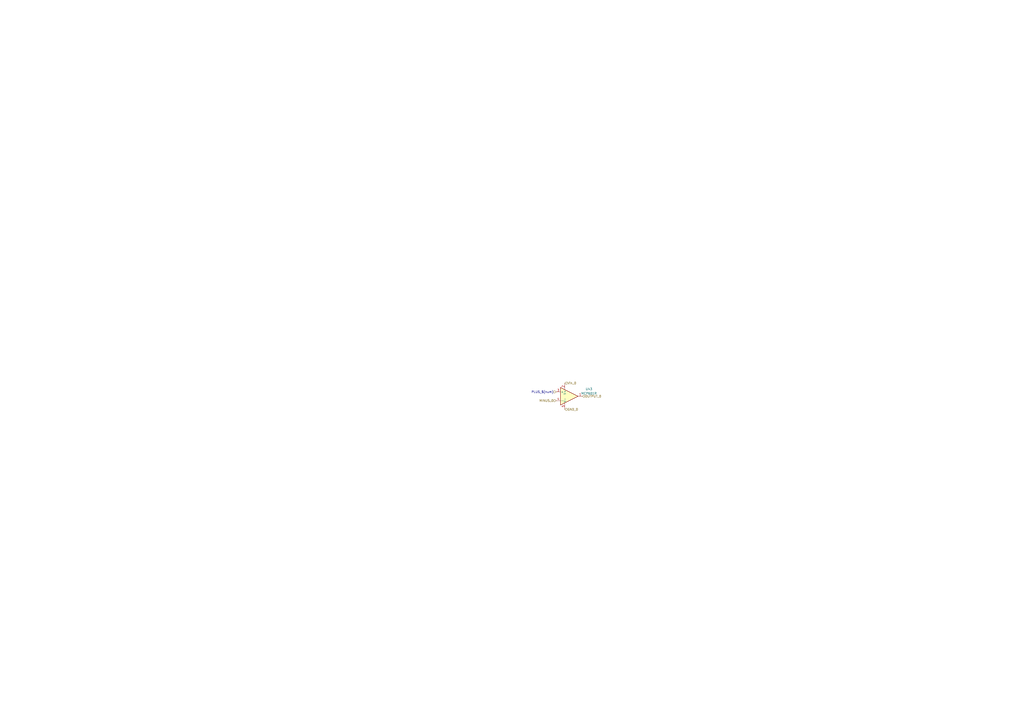
<source format=kicad_sch>
(kicad_sch (version 20230121) (generator eeschema)
  (paper "A2")
  (lib_symbols
    (symbol "Amplifier_Operational:MCP601R" (pin_names (offset 0.127))
      (property "Reference" "U" (at 0 5.08 0))
      (property "Value" "MCP601R" (at 0 -5.08 0))
      (symbol "MCP601R_0_1"
        (polyline (pts (xy -5.08 5.08) (xy 5.08 0) (xy -5.08 -5.08) (xy -5.08 5.08)) (stroke (width 0.254)) (fill (type background)))
        (pin power_in line (at -2.54 7.62 270) (length 3.81) (name "V+") (number "2"))
        (pin power_in line (at -2.54 -7.62 90) (length 3.81) (name "V-") (number "5"))
      )
      (symbol "MCP601R_1_1"
        (pin output line (at 7.62 0 180) (length 2.54) (name "~") (number "1"))
        (pin input line (at -7.62 2.54 0) (length 2.54) (name "+") (number "3"))
        (pin input line (at -7.62 -2.54 0) (length 2.54) (name "-") (number "4"))
      )
    )
  )
  (hierarchical_label "PLUS_${num}" (shape input) (at 322.58 227.33 180))
  (hierarchical_label "OUTPUT_0" (shape input) (at 337.82 229.87 0))
  (hierarchical_label "GND_0" (shape input) (at 327.66 237.49 0))
  (hierarchical_label "MINUS_0" (shape input) (at 322.58 232.41 180))
  (hierarchical_label "Vin_0" (shape input) (at 327.66 222.25 0))
  (symbol (lib_id "Amplifier_Operational:MCP601R") (at 330.2 229.87 0) (unit 1)
    (property "Reference" "U43" (at 341.63 225.6791 0))
    (property "Value" "MCP601R" (at 341.63 228.2191 0))
    (property "Footprint" "Package_TO_SOT_SMD:SOT-23-5" (effects hide))
    (property "Datasheet" "http://ww1.microchip.com/downloads/en/DeviceDoc/21314g.pdf" (effects hide))
  )
)
</source>
